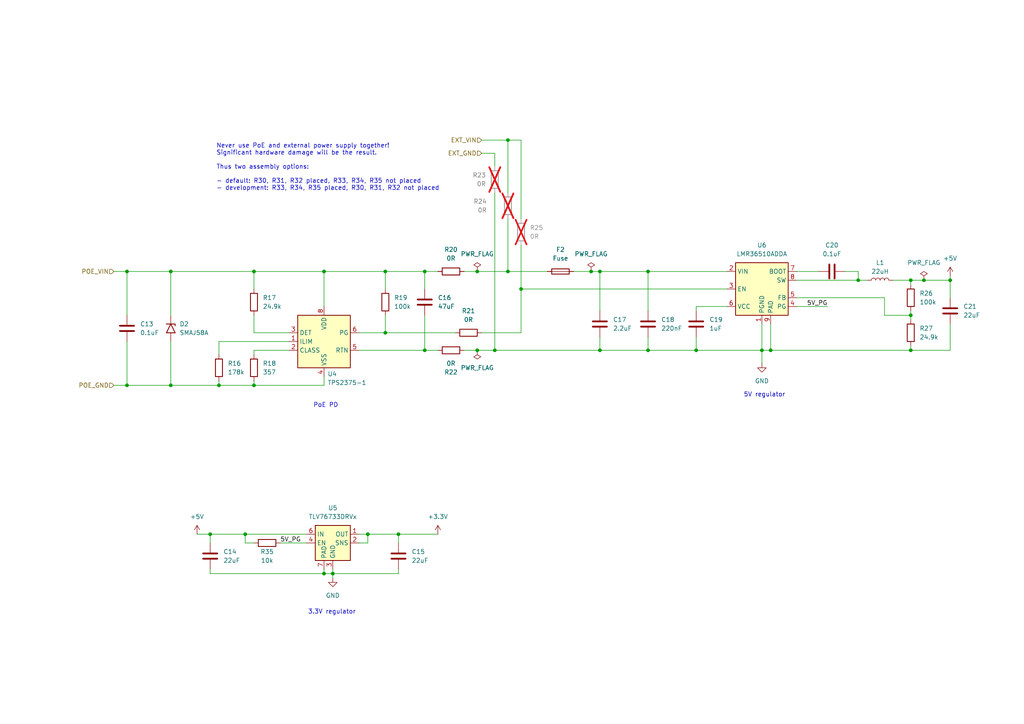
<source format=kicad_sch>
(kicad_sch (version 20250114) (generator "eeschema") (generator_version "9.0")
  (paper "A4")
  (title_block (title "iot-contact"))
  (lib_symbols
    (symbol "Device:C" (pin_numbers (hide yes)) (pin_names (offset 0.254))
      (property "Reference" "C" (at 0.635 2.54 0))
      (property "Value" "C" (at 0.635 -2.54 0))
      (symbol "C_0_1"
        (polyline (pts (xy -2.032 0.762) (xy 2.032 0.762)) (stroke (width 0.508)))
        (polyline (pts (xy -2.032 -0.762) (xy 2.032 -0.762)) (stroke (width 0.508)))
      )
      (symbol "C_1_1"
        (pin passive line (at 0 3.81 270) (length 2.794) (name "~") (number "1"))
        (pin passive line (at 0 -3.81 90) (length 2.794) (name "~") (number "2"))
      )
    )
    (symbol "Device:Fuse" (pin_numbers (hide yes)) (pin_names (offset 0))
      (property "Reference" "F" (at 2.032 0 90))
      (property "Value" "Fuse" (at -1.905 0 90))
      (symbol "Fuse_0_1"
        (rectangle (start -0.762 -2.54) (end 0.762 2.54) (stroke (width 0.254)))
        (polyline (pts (xy 0 2.54) (xy 0 -2.54)))
      )
      (symbol "Fuse_1_1"
        (pin passive line (at 0 3.81 270) (length 1.27) (name "~") (number "1"))
        (pin passive line (at 0 -3.81 90) (length 1.27) (name "~") (number "2"))
      )
    )
    (symbol "Device:L" (pin_numbers (hide yes)) (pin_names (offset 1.016) (hide yes))
      (property "Reference" "L" (at -1.27 0 90))
      (property "Value" "L" (at 1.905 0 90))
      (symbol "L_0_1"
        (arc (start 0 2.54) (mid 0.6323 1.905) (end 0 1.27))
        (arc (start 0 1.27) (mid 0.6323 0.635) (end 0 0))
        (arc (start 0 0) (mid 0.6323 -0.635) (end 0 -1.27))
        (arc (start 0 -1.27) (mid 0.6323 -1.905) (end 0 -2.54))
      )
      (symbol "L_1_1"
        (pin passive line (at 0 3.81 270) (length 1.27) (name "1") (number "1"))
        (pin passive line (at 0 -3.81 90) (length 1.27) (name "2") (number "2"))
      )
    )
    (symbol "Device:R" (pin_numbers (hide yes)) (pin_names (offset 0))
      (property "Reference" "R" (at 2.032 0 90))
      (property "Value" "R" (at 0 0 90))
      (symbol "R_0_1"
        (rectangle (start -1.016 -2.54) (end 1.016 2.54) (stroke (width 0.254)))
      )
      (symbol "R_1_1"
        (pin passive line (at 0 3.81 270) (length 1.27) (name "~") (number "1"))
        (pin passive line (at 0 -3.81 90) (length 1.27) (name "~") (number "2"))
      )
    )
    (symbol "Diode:SMAJ58A" (pin_numbers (hide yes)) (pin_names (offset 1.016) (hide yes))
      (property "Reference" "D" (at 0 2.54 0))
      (property "Value" "SMAJ58A" (at 0 -2.54 0))
      (symbol "SMAJ58A_0_1"
        (polyline (pts (xy -0.762 1.27) (xy -1.27 1.27) (xy -1.27 -1.27)) (stroke (width 0.254)))
        (polyline (pts (xy 1.27 1.27) (xy 1.27 -1.27) (xy -1.27 0) (xy 1.27 1.27)) (stroke (width 0.254)))
      )
      (symbol "SMAJ58A_1_1"
        (pin passive line (at -3.81 0 0) (length 2.54) (name "A1") (number "1"))
        (pin passive line (at 3.81 0 180) (length 2.54) (name "A2") (number "2"))
      )
    )
    (symbol "Regulator_Controller:TPS2375-1"
      (property "Reference" "U" (at 2.54 -8.89 0))
      (property "Value" "TPS2375-1" (at 7.62 -11.43 0))
      (symbol "TPS2375-1_0_1"
        (rectangle (start -7.62 7.62) (end 7.62 -7.62) (stroke (width 0.254)) (fill (type background)))
      )
      (symbol "TPS2375-1_1_1"
        (pin passive line (at -10.16 2.54 0) (length 2.54) (name "DET") (number "3"))
        (pin passive line (at -10.16 0 0) (length 2.54) (name "ILIM") (number "1"))
        (pin passive line (at -10.16 -2.54 0) (length 2.54) (name "CLASS") (number "2"))
        (pin power_in line (at 0 10.16 270) (length 2.54) (name "VDD") (number "8"))
        (pin power_in line (at 0 -10.16 90) (length 2.54) (name "VSS") (number "4"))
        (pin no_connect line (at 7.62 0 180) (length 2.54) (hide yes) (name "NC") (number "7"))
        (pin open_collector line (at 10.16 2.54 180) (length 2.54) (name "PG") (number "6"))
        (pin power_out line (at 10.16 -2.54 180) (length 2.54) (name "RTN") (number "5"))
      )
    )
    (symbol "Regulator_Linear:TLV76733DRVx"
      (property "Reference" "U" (at 0 8.89 0))
      (property "Value" "TLV76733DRVx" (at 0 6.35 0))
      (symbol "TLV76733DRVx_0_1"
        (rectangle (start -5.08 -5.08) (end 5.08 5.08) (stroke (width 0.254)) (fill (type background)))
      )
      (symbol "TLV76733DRVx_1_1"
        (pin power_in line (at -7.62 2.54 0) (length 2.54) (name "IN") (number "6"))
        (pin input line (at -7.62 0 0) (length 2.54) (name "EN") (number "4"))
        (pin passive line (at -2.54 -7.62 90) (length 2.54) (name "PAD") (number "7"))
        (pin power_in line (at 0 -7.62 90) (length 2.54) (name "GND") (number "3"))
        (pin passive line (at 0 -7.62 90) (length 2.54) (hide yes) (name "GND") (number "5"))
        (pin power_out line (at 7.62 2.54 180) (length 2.54) (name "OUT") (number "1"))
        (pin input line (at 7.62 0 180) (length 2.54) (name "SNS") (number "2"))
      )
    )
    (symbol "Regulator_Switching:LMR36510ADDA"
      (property "Reference" "U" (at 0 11.43 0))
      (property "Value" "LMR36510ADDA" (at 0 8.89 0))
      (symbol "LMR36510ADDA_0_1"
        (rectangle (start -7.62 7.62) (end 7.62 -7.62) (stroke (width 0.254)) (fill (type background)))
      )
      (symbol "LMR36510ADDA_1_1"
        (pin power_in line (at -10.16 5.08 0) (length 2.54) (name "VIN") (number "2"))
        (pin input line (at -10.16 0 0) (length 2.54) (name "EN") (number "3"))
        (pin power_out line (at -10.16 -5.08 0) (length 2.54) (name "VCC") (number "6"))
        (pin power_in line (at 0 -10.16 90) (length 2.54) (name "PGND") (number "1"))
        (pin power_in line (at 2.54 -10.16 90) (length 2.54) (name "PAD") (number "9"))
        (pin input line (at 10.16 5.08 180) (length 2.54) (name "BOOT") (number "7"))
        (pin output line (at 10.16 2.54 180) (length 2.54) (name "SW") (number "8"))
        (pin input line (at 10.16 -2.54 180) (length 2.54) (name "FB") (number "5"))
        (pin open_collector line (at 10.16 -5.08 180) (length 2.54) (name "PG") (number "4"))
      )
    )
    (symbol "power:+3.3V" (power) (pin_numbers (hide yes)) (pin_names (offset 0) (hide yes))
      (property "Value" "+3.3V" (at 0 3.556 0))
      (symbol "+3.3V_0_1"
        (polyline (pts (xy -0.762 1.27) (xy 0 2.54)))
        (polyline (pts (xy 0 2.54) (xy 0.762 1.27)))
        (polyline (pts (xy 0 0) (xy 0 2.54)))
      )
      (symbol "+3.3V_1_1"
        (pin power_in line (at 0 0 90) (length 0) (name "~") (number "1"))
      )
    )
    (symbol "power:+5V" (power) (pin_numbers (hide yes)) (pin_names (offset 0) (hide yes))
      (property "Value" "+5V" (at 0 3.556 0))
      (symbol "+5V_0_1"
        (polyline (pts (xy -0.762 1.27) (xy 0 2.54)))
        (polyline (pts (xy 0 2.54) (xy 0.762 1.27)))
        (polyline (pts (xy 0 0) (xy 0 2.54)))
      )
      (symbol "+5V_1_1"
        (pin power_in line (at 0 0 90) (length 0) (name "~") (number "1"))
      )
    )
    (symbol "power:GND" (power) (pin_numbers (hide yes)) (pin_names (offset 0) (hide yes))
      (property "Value" "GND" (at 0 -3.81 0))
      (symbol "GND_0_1"
        (polyline (pts (xy 0 0) (xy 0 -1.27) (xy 1.27 -1.27) (xy 0 -2.54) (xy -1.27 -1.27) (xy 0 -1.27)))
      )
      (symbol "GND_1_1"
        (pin power_in line (at 0 0 270) (length 0) (name "~") (number "1"))
      )
    )
    (symbol "power:PWR_FLAG" (power) (pin_numbers (hide yes)) (pin_names (offset 0) (hide yes))
      (property "Value" "PWR_FLAG" (at 0 3.81 0))
      (symbol "PWR_FLAG_0_0"
        (pin power_out line (at 0 0 90) (length 0) (name "~") (number "1"))
      )
      (symbol "PWR_FLAG_0_1"
        (polyline (pts (xy 0 0) (xy 0 1.27) (xy -1.016 1.905) (xy 0 2.54) (xy 1.016 1.905) (xy 0 1.27)))
      )
    )
  )
  (text "Never use PoE and external power supply together!\nSignificant hardware damage will be the result.\n\nThus two assembly options:\n\n- default: R30, R31, R32 placed, R33, R34, R35 not placed\n- development: R33, R34, R35 placed, R30, R31, R32 not placed" (at 62.738 48.514 0) (effects (font (size 1.27 1.27)) (justify left)))
  (text "5V regulator" (at 221.742 114.554 0) (effects (font (size 1.27 1.27))))
  (text "PoE PD" (at 94.488 117.602 0) (effects (font (size 1.27 1.27))))
  (text "3.3V regulator\n" (at 96.266 177.546 0) (effects (font (size 1.27 1.27))))
  (junction (at 96.52 166.37))
  (junction (at 60.96 154.94))
  (junction (at 187.96 101.6))
  (junction (at 138.43 101.6))
  (junction (at 36.83 78.74))
  (junction (at 143.51 101.6))
  (junction (at 264.16 91.44))
  (junction (at 36.83 111.76))
  (junction (at 264.16 81.28))
  (junction (at 93.98 78.74))
  (junction (at 115.57 154.94))
  (junction (at 151.13 83.82))
  (junction (at 147.32 78.74))
  (junction (at 63.5 111.76))
  (junction (at 187.96 78.74))
  (junction (at 173.99 78.74))
  (junction (at 267.97 81.28))
  (junction (at 201.93 101.6))
  (junction (at 123.19 78.74))
  (junction (at 71.12 154.94))
  (junction (at 264.16 101.6))
  (junction (at 138.43 78.74))
  (junction (at 106.68 154.94))
  (junction (at 49.53 111.76))
  (junction (at 73.66 111.76))
  (junction (at 111.76 96.52))
  (junction (at 248.92 81.28))
  (junction (at 111.76 78.74))
  (junction (at 275.59 81.28))
  (junction (at 93.98 166.37))
  (junction (at 73.66 78.74))
  (junction (at 49.53 78.74))
  (junction (at 147.32 40.64))
  (junction (at 173.99 101.6))
  (junction (at 123.19 101.6))
  (junction (at 171.45 78.74))
  (junction (at 220.98 101.6))
  (junction (at 223.52 101.6))
  (wire (pts (xy 104.14 154.94) (xy 106.68 154.94)))
  (wire (pts (xy 115.57 165.1) (xy 115.57 166.37)))
  (wire (pts (xy 106.68 157.48) (xy 106.68 154.94)))
  (wire (pts (xy 71.12 154.94) (xy 88.9 154.94)))
  (wire (pts (xy 201.93 101.6) (xy 220.98 101.6)))
  (wire (pts (xy 115.57 154.94) (xy 127 154.94)))
  (wire (pts (xy 275.59 93.98) (xy 275.59 101.6)))
  (wire (pts (xy 60.96 154.94) (xy 71.12 154.94)))
  (wire (pts (xy 73.66 96.52) (xy 83.82 96.52)))
  (wire (pts (xy 256.54 91.44) (xy 264.16 91.44)))
  (wire (pts (xy 267.97 81.28) (xy 275.59 81.28)))
  (wire (pts (xy 245.11 78.74) (xy 248.92 78.74)))
  (wire (pts (xy 134.62 101.6) (xy 138.43 101.6)))
  (wire (pts (xy 173.99 101.6) (xy 187.96 101.6)))
  (wire (pts (xy 106.68 154.94) (xy 115.57 154.94)))
  (wire (pts (xy 231.14 86.36) (xy 256.54 86.36)))
  (wire (pts (xy 81.28 157.48) (xy 88.9 157.48)))
  (wire (pts (xy 104.14 101.6) (xy 123.19 101.6)))
  (wire (pts (xy 264.16 81.28) (xy 267.97 81.28)))
  (wire (pts (xy 96.52 166.37) (xy 96.52 167.64)))
  (wire (pts (xy 60.96 166.37) (xy 93.98 166.37)))
  (wire (pts (xy 123.19 78.74) (xy 127 78.74)))
  (wire (pts (xy 111.76 78.74) (xy 111.76 83.82)))
  (wire (pts (xy 166.37 78.74) (xy 171.45 78.74)))
  (wire (pts (xy 49.53 111.76) (xy 63.5 111.76)))
  (wire (pts (xy 220.98 101.6) (xy 220.98 105.41)))
  (wire (pts (xy 123.19 101.6) (xy 127 101.6)))
  (wire (pts (xy 187.96 78.74) (xy 187.96 90.17)))
  (wire (pts (xy 73.66 78.74) (xy 93.98 78.74)))
  (wire (pts (xy 49.53 78.74) (xy 73.66 78.74)))
  (wire (pts (xy 151.13 40.64) (xy 147.32 40.64)))
  (wire (pts (xy 201.93 90.17) (xy 201.93 88.9)))
  (wire (pts (xy 111.76 78.74) (xy 123.19 78.74)))
  (wire (pts (xy 73.66 91.44) (xy 73.66 96.52)))
  (wire (pts (xy 93.98 165.1) (xy 93.98 166.37)))
  (wire (pts (xy 201.93 97.79) (xy 201.93 101.6)))
  (wire (pts (xy 248.92 78.74) (xy 248.92 81.28)))
  (wire (pts (xy 187.96 97.79) (xy 187.96 101.6)))
  (wire (pts (xy 33.02 78.74) (xy 36.83 78.74)))
  (wire (pts (xy 147.32 40.64) (xy 147.32 55.88)))
  (wire (pts (xy 115.57 166.37) (xy 96.52 166.37)))
  (wire (pts (xy 73.66 102.87) (xy 73.66 101.6)))
  (wire (pts (xy 223.52 101.6) (xy 264.16 101.6)))
  (wire (pts (xy 173.99 78.74) (xy 173.99 90.17)))
  (wire (pts (xy 143.51 101.6) (xy 173.99 101.6)))
  (wire (pts (xy 123.19 91.44) (xy 123.19 101.6)))
  (wire (pts (xy 264.16 81.28) (xy 264.16 82.55)))
  (wire (pts (xy 123.19 78.74) (xy 123.19 83.82)))
  (wire (pts (xy 220.98 93.98) (xy 220.98 101.6)))
  (wire (pts (xy 73.66 101.6) (xy 83.82 101.6)))
  (wire (pts (xy 138.43 78.74) (xy 147.32 78.74)))
  (wire (pts (xy 96.52 165.1) (xy 96.52 166.37)))
  (wire (pts (xy 36.83 99.06) (xy 36.83 111.76)))
  (wire (pts (xy 264.16 100.33) (xy 264.16 101.6)))
  (wire (pts (xy 151.13 71.12) (xy 151.13 83.82)))
  (wire (pts (xy 275.59 81.28) (xy 275.59 86.36)))
  (wire (pts (xy 73.66 78.74) (xy 73.66 83.82)))
  (wire (pts (xy 223.52 93.98) (xy 223.52 101.6)))
  (wire (pts (xy 93.98 78.74) (xy 111.76 78.74)))
  (wire (pts (xy 187.96 78.74) (xy 210.82 78.74)))
  (wire (pts (xy 93.98 166.37) (xy 96.52 166.37)))
  (wire (pts (xy 147.32 63.5) (xy 147.32 78.74)))
  (wire (pts (xy 49.53 78.74) (xy 49.53 91.44)))
  (wire (pts (xy 223.52 101.6) (xy 220.98 101.6)))
  (wire (pts (xy 264.16 91.44) (xy 264.16 92.71)))
  (wire (pts (xy 63.5 110.49) (xy 63.5 111.76)))
  (wire (pts (xy 139.7 44.45) (xy 143.51 44.45)))
  (wire (pts (xy 187.96 101.6) (xy 201.93 101.6)))
  (wire (pts (xy 93.98 78.74) (xy 93.98 88.9)))
  (wire (pts (xy 139.7 40.64) (xy 147.32 40.64)))
  (wire (pts (xy 111.76 91.44) (xy 111.76 96.52)))
  (wire (pts (xy 256.54 86.36) (xy 256.54 91.44)))
  (wire (pts (xy 36.83 78.74) (xy 36.83 91.44)))
  (wire (pts (xy 231.14 78.74) (xy 237.49 78.74)))
  (wire (pts (xy 60.96 154.94) (xy 60.96 157.48)))
  (wire (pts (xy 147.32 78.74) (xy 158.75 78.74)))
  (wire (pts (xy 143.51 44.45) (xy 143.51 48.26)))
  (wire (pts (xy 71.12 157.48) (xy 71.12 154.94)))
  (wire (pts (xy 231.14 81.28) (xy 248.92 81.28)))
  (wire (pts (xy 63.5 111.76) (xy 73.66 111.76)))
  (wire (pts (xy 93.98 111.76) (xy 93.98 109.22)))
  (wire (pts (xy 231.14 88.9) (xy 240.03 88.9)))
  (wire (pts (xy 138.43 101.6) (xy 143.51 101.6)))
  (wire (pts (xy 151.13 96.52) (xy 151.13 83.82)))
  (wire (pts (xy 104.14 96.52) (xy 111.76 96.52)))
  (wire (pts (xy 264.16 90.17) (xy 264.16 91.44)))
  (wire (pts (xy 151.13 83.82) (xy 210.82 83.82)))
  (wire (pts (xy 57.15 154.94) (xy 60.96 154.94)))
  (wire (pts (xy 173.99 97.79) (xy 173.99 101.6)))
  (wire (pts (xy 60.96 165.1) (xy 60.96 166.37)))
  (wire (pts (xy 264.16 101.6) (xy 275.59 101.6)))
  (wire (pts (xy 173.99 78.74) (xy 187.96 78.74)))
  (wire (pts (xy 143.51 55.88) (xy 143.51 101.6)))
  (wire (pts (xy 73.66 110.49) (xy 73.66 111.76)))
  (wire (pts (xy 259.08 81.28) (xy 264.16 81.28)))
  (wire (pts (xy 171.45 78.74) (xy 173.99 78.74)))
  (wire (pts (xy 73.66 111.76) (xy 93.98 111.76)))
  (wire (pts (xy 63.5 102.87) (xy 63.5 99.06)))
  (wire (pts (xy 33.02 111.76) (xy 36.83 111.76)))
  (wire (pts (xy 104.14 157.48) (xy 106.68 157.48)))
  (wire (pts (xy 248.92 81.28) (xy 251.46 81.28)))
  (wire (pts (xy 115.57 157.48) (xy 115.57 154.94)))
  (wire (pts (xy 134.62 78.74) (xy 138.43 78.74)))
  (wire (pts (xy 139.7 96.52) (xy 151.13 96.52)))
  (wire (pts (xy 63.5 99.06) (xy 83.82 99.06)))
  (wire (pts (xy 36.83 111.76) (xy 49.53 111.76)))
  (wire (pts (xy 73.66 157.48) (xy 71.12 157.48)))
  (wire (pts (xy 201.93 88.9) (xy 210.82 88.9)))
  (wire (pts (xy 36.83 78.74) (xy 49.53 78.74)))
  (wire (pts (xy 275.59 81.28) (xy 275.59 80.01)))
  (wire (pts (xy 49.53 99.06) (xy 49.53 111.76)))
  (wire (pts (xy 111.76 96.52) (xy 132.08 96.52)))
  (wire (pts (xy 151.13 63.5) (xy 151.13 40.64)))
  (label "5V_PG" (at 240.03 88.9 180))
  (label "5V_PG" (at 81.28 157.48 0))
  (hierarchical_label "EXT_GND" (shape input) (at 139.7 44.45 180))
  (hierarchical_label "POE_GND" (shape input) (at 33.02 111.76 180))
  (hierarchical_label "POE_VIN" (shape input) (at 33.02 78.74 180))
  (hierarchical_label "EXT_VIN" (shape input) (at 139.7 40.64 180))
  (symbol (lib_id "Device:C") (at 36.83 95.25 0) (unit 1)
    (property "Reference" "C13" (at 40.64 93.9799 0) (effects (justify left)))
    (property "Value" "0.1uF" (at 40.64 96.5199 0) (effects (justify left)))
    (property "Description" "Unpolarized capacitor" (effects (hide yes)))
  )
  (symbol (lib_id "Device:R") (at 111.76 87.63 0) (unit 1)
    (property "Reference" "R19" (at 114.3 86.3599 0) (effects (justify left)))
    (property "Value" "100k" (at 114.3 88.8999 0) (effects (justify left)))
    (property "Description" "Resistor" (effects (hide yes)))
  )
  (symbol (lib_id "Regulator_Linear:TLV76733DRVx") (at 96.52 157.48 0) (unit 1)
    (property "Reference" "U5" (at 96.52 147.32 0))
    (property "Value" "TLV76733DRVx" (at 96.52 149.86 0))
    (property "Footprint" "Package_SON:WSON-6-1EP_2x2mm_P0.65mm_EP1x1.6mm_ThermalVias" (effects (hide yes)))
    (property "Datasheet" "www.ti.com/lit/gpn/TLV767" (effects (hide yes)))
    (property "Description" "1A Precision Linear Voltage Regulator, with enable pin, Fixed Output 3.3V, WSON6" (effects (hide yes)))
  )
  (symbol (lib_id "Device:R") (at 130.81 101.6 90) (mirror x) (unit 1)
    (property "Reference" "R22" (at 130.81 107.95 90))
    (property "Value" "0R" (at 130.81 105.41 90))
    (property "Description" "Resistor" (effects (hide yes)))
  )
  (symbol (lib_id "Regulator_Controller:TPS2375-1") (at 93.98 99.06 0) (unit 1)
    (property "Reference" "U4" (at 94.996 108.458 0) (effects (justify left)))
    (property "Value" "TPS2375-1" (at 94.996 110.998 0) (effects (justify left)))
    (property "Footprint" "Package_SO:TSSOP-8_4.4x3mm_P0.65mm" (effects (hide yes)))
    (property "Datasheet" "https://www.ti.com/lit/gpn/tps2375-1" (effects (hide yes)))
    (property "Description" "IEEE802.3af PoE Controller, Auto-Retry" (effects (hide yes)))
  )
  (symbol (lib_id "power:+3.3V") (at 127 154.94 0) (unit 1)
    (property "Reference" "#PWR035" (effects (hide yes)))
    (property "Value" "+3.3V" (at 127 149.86 0))
    (property "Description" "Power symbol creates a global label with name \"+3.3V\"" (effects (hide yes)))
  )
  (symbol (lib_id "Device:R") (at 73.66 106.68 0) (unit 1)
    (property "Reference" "R18" (at 76.2 105.4099 0) (effects (justify left)))
    (property "Value" "357" (at 76.2 107.9499 0) (effects (justify left)))
    (property "Description" "Resistor" (effects (hide yes)))
  )
  (symbol (lib_id "Device:R") (at 147.32 59.69 0) (mirror y) (unit 1) (dnp yes)
    (property "Reference" "R24" (at 141.224 58.42 0) (effects (justify left)))
    (property "Value" "0R" (at 141.224 60.96 0) (effects (justify left)))
    (property "Description" "Resistor" (effects (hide yes)))
  )
  (symbol (lib_id "Diode:SMAJ58A") (at 49.53 95.25 270) (unit 1)
    (property "Reference" "D2" (at 52.07 93.9799 90) (effects (justify left)))
    (property "Value" "SMAJ58A" (at 52.07 96.5199 90) (effects (justify left)))
    (property "Footprint" "Diode_SMD:D_SMA" (effects (hide yes)))
    (property "Datasheet" "https://www.littelfuse.com/media?resourcetype=datasheets&itemid=75e32973-b177-4ee3-a0ff-cedaf1abdb93&filename=smaj-datasheet" (effects (hide yes)))
    (property "Description" "400W unidirectional Transient Voltage Suppressor, 58.0Vr, SMA(DO-214AC)" (effects (hide yes)))
  )
  (symbol (lib_id "Device:R") (at 264.16 96.52 0) (unit 1)
    (property "Reference" "R27" (at 266.7 95.2499 0) (effects (justify left)))
    (property "Value" "24.9k" (at 266.7 97.7899 0) (effects (justify left)))
    (property "Description" "Resistor" (effects (hide yes)))
  )
  (symbol (lib_id "Device:R") (at 264.16 86.36 0) (unit 1)
    (property "Reference" "R26" (at 266.7 85.0899 0) (effects (justify left)))
    (property "Value" "100k" (at 266.7 87.6299 0) (effects (justify left)))
    (property "Description" "Resistor" (effects (hide yes)))
  )
  (symbol (lib_id "power:+5V") (at 275.59 80.01 0) (unit 1)
    (property "Reference" "#PWR037" (effects (hide yes)))
    (property "Value" "+5V" (at 275.59 74.93 0))
    (property "Description" "Power symbol creates a global label with name \"+5V\"" (effects (hide yes)))
  )
  (symbol (lib_id "power:PWR_FLAG") (at 138.43 101.6 0) (mirror x) (unit 1)
    (property "Reference" "#FLG09" (effects (hide yes)))
    (property "Value" "PWR_FLAG" (at 138.43 106.68 0))
    (property "Description" "Special symbol for telling ERC where power comes from" (effects (hide yes)))
  )
  (symbol (lib_id "Device:C") (at 187.96 93.98 0) (unit 1)
    (property "Reference" "C18" (at 191.77 92.7099 0) (effects (justify left)))
    (property "Value" "220nF" (at 191.77 95.2499 0) (effects (justify left)))
    (property "Description" "Unpolarized capacitor" (effects (hide yes)))
  )
  (symbol (lib_id "power:GND") (at 220.98 105.41 0) (unit 1)
    (property "Reference" "#PWR036" (effects (hide yes)))
    (property "Value" "GND" (at 220.98 110.49 0))
    (property "Description" "Power symbol creates a global label with name \"GND\" , ground" (effects (hide yes)))
  )
  (symbol (lib_id "Device:R") (at 135.89 96.52 90) (unit 1)
    (property "Reference" "R21" (at 135.89 90.17 90))
    (property "Value" "0R" (at 135.89 92.71 90))
    (property "Description" "Resistor" (effects (hide yes)))
  )
  (symbol (lib_id "power:PWR_FLAG") (at 138.43 78.74 0) (unit 1)
    (property "Reference" "#FLG01" (effects (hide yes)))
    (property "Value" "PWR_FLAG" (at 138.43 73.66 0))
    (property "Description" "Special symbol for telling ERC where power comes from" (effects (hide yes)))
  )
  (symbol (lib_id "power:+5V") (at 57.15 154.94 0) (unit 1)
    (property "Reference" "#PWR033" (effects (hide yes)))
    (property "Value" "+5V" (at 57.15 149.86 0))
    (property "Description" "Power symbol creates a global label with name \"+5V\"" (effects (hide yes)))
  )
  (symbol (lib_id "Device:C") (at 115.57 161.29 0) (unit 1)
    (property "Reference" "C15" (at 119.38 160.0199 0) (effects (justify left)))
    (property "Value" "22uF" (at 119.38 162.5599 0) (effects (justify left)))
    (property "Description" "Unpolarized capacitor" (effects (hide yes)))
  )
  (symbol (lib_id "Device:R") (at 143.51 52.07 0) (mirror y) (unit 1) (dnp yes)
    (property "Reference" "R23" (at 140.97 50.7999 0) (effects (justify left)))
    (property "Value" "0R" (at 140.97 53.3399 0) (effects (justify left)))
    (property "Description" "Resistor" (effects (hide yes)))
  )
  (symbol (lib_id "Device:Fuse") (at 162.56 78.74 90) (unit 1)
    (property "Reference" "F2" (at 162.56 72.39 90))
    (property "Value" "Fuse" (at 162.56 74.93 90))
    (property "Description" "Fuse" (effects (hide yes)))
  )
  (symbol (lib_id "power:GND") (at 96.52 167.64 0) (unit 1)
    (property "Reference" "#PWR034" (effects (hide yes)))
    (property "Value" "GND" (at 96.52 172.72 0))
    (property "Description" "Power symbol creates a global label with name \"GND\" , ground" (effects (hide yes)))
  )
  (symbol (lib_id "Device:R") (at 130.81 78.74 90) (unit 1)
    (property "Reference" "R20" (at 130.81 72.39 90))
    (property "Value" "0R" (at 130.81 74.93 90))
    (property "Description" "Resistor" (effects (hide yes)))
  )
  (symbol (lib_id "power:PWR_FLAG") (at 171.45 78.74 0) (unit 1)
    (property "Reference" "#FLG05" (effects (hide yes)))
    (property "Value" "PWR_FLAG" (at 171.45 73.66 0))
    (property "Description" "Special symbol for telling ERC where power comes from" (effects (hide yes)))
  )
  (symbol (lib_id "Device:L") (at 255.27 81.28 90) (unit 1)
    (property "Reference" "L1" (at 255.27 76.2 90))
    (property "Value" "22uH" (at 255.27 78.74 90))
    (property "Description" "Inductor" (effects (hide yes)))
  )
  (symbol (lib_id "Device:R") (at 63.5 106.68 0) (unit 1)
    (property "Reference" "R16" (at 66.04 105.4099 0) (effects (justify left)))
    (property "Value" "178k" (at 66.04 107.9499 0) (effects (justify left)))
    (property "Description" "Resistor" (effects (hide yes)))
  )
  (symbol (lib_id "Device:C") (at 241.3 78.74 90) (unit 1)
    (property "Reference" "C20" (at 241.3 71.12 90))
    (property "Value" "0.1uF" (at 241.3 73.66 90))
    (property "Description" "Unpolarized capacitor" (effects (hide yes)))
  )
  (symbol (lib_id "Device:C") (at 275.59 90.17 0) (unit 1)
    (property "Reference" "C21" (at 279.4 88.8999 0) (effects (justify left)))
    (property "Value" "22uF" (at 279.4 91.4399 0) (effects (justify left)))
    (property "Description" "Unpolarized capacitor" (effects (hide yes)))
  )
  (symbol (lib_id "Device:C") (at 201.93 93.98 0) (unit 1)
    (property "Reference" "C19" (at 205.74 92.7099 0) (effects (justify left)))
    (property "Value" "1uF" (at 205.74 95.2499 0) (effects (justify left)))
    (property "Description" "Unpolarized capacitor" (effects (hide yes)))
  )
  (symbol (lib_id "Device:R") (at 73.66 87.63 0) (unit 1)
    (property "Reference" "R17" (at 76.2 86.3599 0) (effects (justify left)))
    (property "Value" "24.9k" (at 76.2 88.8999 0) (effects (justify left)))
    (property "Description" "Resistor" (effects (hide yes)))
  )
  (symbol (lib_id "Device:C") (at 123.19 87.63 0) (unit 1)
    (property "Reference" "C16" (at 127 86.3599 0) (effects (justify left)))
    (property "Value" "47uF" (at 127 88.8999 0) (effects (justify left)))
    (property "Description" "Unpolarized capacitor" (effects (hide yes)))
  )
  (symbol (lib_id "Device:C") (at 173.99 93.98 0) (unit 1)
    (property "Reference" "C17" (at 177.8 92.7099 0) (effects (justify left)))
    (property "Value" "2.2uF" (at 177.8 95.2499 0) (effects (justify left)))
    (property "Description" "Unpolarized capacitor" (effects (hide yes)))
  )
  (symbol (lib_id "Device:R") (at 77.47 157.48 90) (mirror x) (unit 1)
    (property "Reference" "R35" (at 77.47 160.02 90))
    (property "Value" "10k" (at 77.47 162.56 90))
    (property "Description" "Resistor" (effects (hide yes)))
  )
  (symbol (lib_id "Device:R") (at 151.13 67.31 0) (unit 1) (dnp yes)
    (property "Reference" "R25" (at 153.67 66.0399 0) (effects (justify left)))
    (property "Value" "0R" (at 153.67 68.5799 0) (effects (justify left)))
    (property "Description" "Resistor" (effects (hide yes)))
  )
  (symbol (lib_id "Device:C") (at 60.96 161.29 0) (unit 1)
    (property "Reference" "C14" (at 64.77 160.0199 0) (effects (justify left)))
    (property "Value" "22uF" (at 64.77 162.5599 0) (effects (justify left)))
    (property "Description" "Unpolarized capacitor" (effects (hide yes)))
  )
  (symbol (lib_id "Regulator_Switching:LMR36510ADDA") (at 220.98 83.82 0) (unit 1)
    (property "Reference" "U6" (at 220.98 71.12 0))
    (property "Value" "LMR36510ADDA" (at 220.98 73.66 0))
    (property "Footprint" "Package_SO:Texas_HTSOP-8-1EP_3.9x4.9mm_P1.27mm_EP2.95x4.9mm_Mask2.4x3.1mm_ThermalVias" (effects (hide yes)))
    (property "Datasheet" "http://www.ti.com/lit/ds/symlink/lmr36510.pdf" (effects (hide yes)))
    (property "Description" "Simple Switcher Synchronous Buck Regulator, Vin=4.2-65V, Iout=1A, F=400kHz, Adjustable output voltage, HSOP-8" (effects (hide yes)))
  )
  (symbol (lib_id "power:PWR_FLAG") (at 267.97 81.28 0) (unit 1)
    (property "Reference" "#FLG08" (effects (hide yes)))
    (property "Value" "PWR_FLAG" (at 267.97 76.2 0))
    (property "Description" "Special symbol for telling ERC where power comes from" (effects (hide yes)))
  )
)
</source>
